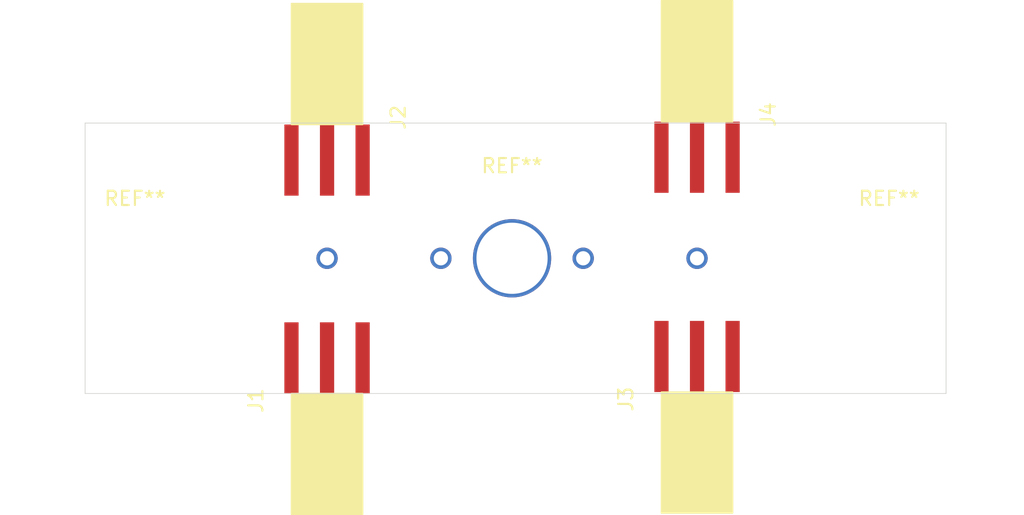
<source format=kicad_pcb>
(kicad_pcb (version 20171130) (host pcbnew 5.99.0+really5.1.10+dfsg1-1)

  (general
    (thickness 1.6)
    (drawings 4)
    (tracks 4)
    (zones 0)
    (modules 7)
    (nets 6)
  )

  (page A4)
  (layers
    (0 F.Cu signal)
    (31 B.Cu signal)
    (32 B.Adhes user)
    (33 F.Adhes user)
    (34 B.Paste user)
    (35 F.Paste user)
    (36 B.SilkS user)
    (37 F.SilkS user)
    (38 B.Mask user)
    (39 F.Mask user)
    (40 Dwgs.User user)
    (41 Cmts.User user)
    (42 Eco1.User user)
    (43 Eco2.User user)
    (44 Edge.Cuts user)
    (45 Margin user)
    (46 B.CrtYd user)
    (47 F.CrtYd user)
    (48 B.Fab user)
    (49 F.Fab user)
  )

  (setup
    (last_trace_width 1)
    (trace_clearance 0.75)
    (zone_clearance 0.508)
    (zone_45_only no)
    (trace_min 0.2)
    (via_size 0.8)
    (via_drill 0.4)
    (via_min_size 0.4)
    (via_min_drill 0.3)
    (uvia_size 0.3)
    (uvia_drill 0.1)
    (uvias_allowed no)
    (uvia_min_size 0.2)
    (uvia_min_drill 0.1)
    (edge_width 0.05)
    (segment_width 0.2)
    (pcb_text_width 0.3)
    (pcb_text_size 1.5 1.5)
    (mod_edge_width 0.12)
    (mod_text_size 1 1)
    (mod_text_width 0.15)
    (pad_size 3.2 3.2)
    (pad_drill 3.2)
    (pad_to_mask_clearance 0.05)
    (aux_axis_origin 0 0)
    (visible_elements FFFFFF7F)
    (pcbplotparams
      (layerselection 0x01000_7fffffff)
      (usegerberextensions false)
      (usegerberattributes false)
      (usegerberadvancedattributes false)
      (creategerberjobfile false)
      (excludeedgelayer true)
      (linewidth 0.100000)
      (plotframeref false)
      (viasonmask false)
      (mode 1)
      (useauxorigin false)
      (hpglpennumber 1)
      (hpglpenspeed 20)
      (hpglpendiameter 15.000000)
      (psnegative false)
      (psa4output false)
      (plotreference true)
      (plotvalue true)
      (plotinvisibletext false)
      (padsonsilk false)
      (subtractmaskfromsilk false)
      (outputformat 1)
      (mirror false)
      (drillshape 0)
      (scaleselection 1)
      (outputdirectory ""))
  )

  (net 0 "")
  (net 1 GND)
  (net 2 "Net-(IP1-Pad1)")
  (net 3 "Net-(J2-Pad1)")
  (net 4 "Net-(IP2-Pad1)")
  (net 5 "Net-(J4-Pad1)")

  (net_class Default "This is the default net class."
    (clearance 0.75)
    (trace_width 1)
    (via_dia 0.8)
    (via_drill 0.4)
    (uvia_dia 0.3)
    (uvia_drill 0.1)
    (add_net GND)
    (add_net "Net-(IP1-Pad1)")
    (add_net "Net-(IP2-Pad1)")
    (add_net "Net-(J2-Pad1)")
    (add_net "Net-(J4-Pad1)")
  )

  (module custom-footprints:amazon-sma-connector (layer F.Cu) (tedit 6248B7DA) (tstamp 624A7574)
    (at 134.5 75.1 270)
    (path /62465A92)
    (fp_text reference J2 (at 0 0.5 90) (layer F.SilkS)
      (effects (font (size 1 1) (thickness 0.15)))
    )
    (fp_text value Conn_Coaxial (at 0 -0.5 90) (layer F.Fab)
      (effects (font (size 1 1) (thickness 0.15)))
    )
    (fp_poly (pts (xy 0.5 8) (xy -8 8) (xy -8 3) (xy 0.5 3)) (layer F.SilkS) (width 0.1))
    (pad 2 connect rect (at 3 8 270) (size 5 1) (layers F.Cu F.Mask)
      (net 1 GND))
    (pad 1 connect rect (at 3 5.5 270) (size 5 1) (layers F.Cu F.Mask)
      (net 3 "Net-(J2-Pad1)"))
    (pad 2 connect rect (at 3 3 270) (size 5 1) (layers F.Cu F.Mask)
      (net 1 GND))
  )

  (module MountingHole:MountingHole_3.2mm_M3 (layer F.Cu) (tedit 624A26A8) (tstamp 624A7A83)
    (at 168.5 85)
    (descr "Mounting Hole 3.2mm, no annular, M3")
    (tags "mounting hole 3.2mm no annular m3")
    (attr virtual)
    (fp_text reference REF** (at 0 -4.2) (layer F.SilkS)
      (effects (font (size 1 1) (thickness 0.15)))
    )
    (fp_text value MountingHole_3.2mm_M3 (at 0 4.2) (layer F.Fab)
      (effects (font (size 1 1) (thickness 0.15)))
    )
    (fp_circle (center 0 0) (end 3.2 0) (layer Cmts.User) (width 0.15))
    (fp_circle (center 0 0) (end 3.45 0) (layer F.CrtYd) (width 0.05))
    (fp_text user %R (at 0.3 0) (layer F.Fab)
      (effects (font (size 1 1) (thickness 0.15)))
    )
    (pad "" np_thru_hole circle (at 0 0) (size 3.2 3.2) (drill 3.2) (layers *.Cu *.Mask))
  )

  (module MountingHole:MountingHole_3.2mm_M3 (layer F.Cu) (tedit 62DF496F) (tstamp 624A7A55)
    (at 115.5 85)
    (descr "Mounting Hole 3.2mm, no annular, M3")
    (tags "mounting hole 3.2mm no annular m3")
    (attr virtual)
    (fp_text reference REF** (at 0 -4.2) (layer F.SilkS)
      (effects (font (size 1 1) (thickness 0.15)))
    )
    (fp_text value MountingHole_3.2mm_M3 (at 0 4.2) (layer F.Fab)
      (effects (font (size 1 1) (thickness 0.15)))
    )
    (fp_text user %R (at 0.3 0) (layer F.Fab)
      (effects (font (size 1 1) (thickness 0.15)))
    )
    (fp_circle (center 0 0) (end 3.45 0) (layer F.CrtYd) (width 0.05))
    (fp_circle (center 0 0) (end 3.2 0) (layer Cmts.User) (width 0.15))
    (pad "" np_thru_hole circle (at 0 0) (size 3.2 3.2) (drill 3.2) (layers *.Cu *.Mask))
  )

  (module MountingHole:MountingHole_5.5mm (layer F.Cu) (tedit 62DF486C) (tstamp 624A3C63)
    (at 142 85)
    (descr "Mounting Hole 5.5mm, no annular")
    (tags "mounting hole 5.5mm no annular")
    (attr virtual)
    (fp_text reference REF** (at 0 -6.5) (layer F.SilkS)
      (effects (font (size 1 1) (thickness 0.15)))
    )
    (fp_text value MountingHole_5.5mm (at 0 6.5) (layer F.Fab)
      (effects (font (size 1 1) (thickness 0.15)))
    )
    (fp_circle (center 0 0) (end 5.5 0) (layer Cmts.User) (width 0.15))
    (fp_circle (center 0 0) (end 5.75 0) (layer F.CrtYd) (width 0.05))
    (fp_text user %R (at 0.3 0) (layer F.Fab)
      (effects (font (size 1 1) (thickness 0.15)))
    )
    (pad "" np_thru_hole circle (at 0 0) (size 5.5 5.5) (drill 5) (layers *.Cu *.Mask))
  )

  (module custom-footprints:amazon-sma-connector (layer F.Cu) (tedit 6248B7DA) (tstamp 624A7584)
    (at 160.5 74.9 270)
    (path /62468C16)
    (fp_text reference J4 (at 0 0.5 90) (layer F.SilkS)
      (effects (font (size 1 1) (thickness 0.15)))
    )
    (fp_text value Conn_Coaxial (at 0 -0.5 90) (layer F.Fab)
      (effects (font (size 1 1) (thickness 0.15)))
    )
    (fp_poly (pts (xy 0.5 8) (xy -8 8) (xy -8 3) (xy 0.5 3)) (layer F.SilkS) (width 0.1))
    (pad 2 connect rect (at 3 8 270) (size 5 1) (layers F.Cu F.Mask)
      (net 1 GND))
    (pad 1 connect rect (at 3 5.5 270) (size 5 1) (layers F.Cu F.Mask)
      (net 5 "Net-(J4-Pad1)"))
    (pad 2 connect rect (at 3 3 270) (size 5 1) (layers F.Cu F.Mask)
      (net 1 GND))
  )

  (module custom-footprints:amazon-sma-connector (layer F.Cu) (tedit 624E2868) (tstamp 624A757C)
    (at 149.5 94.9 90)
    (path /6246831C)
    (fp_text reference J3 (at 0 0.5 90) (layer F.SilkS)
      (effects (font (size 1 1) (thickness 0.15)))
    )
    (fp_text value Conn_Coaxial (at 0 -0.5 90) (layer F.Fab)
      (effects (font (size 1 1) (thickness 0.15)))
    )
    (fp_poly (pts (xy 0.5 8) (xy -8 8) (xy -8 3) (xy 0.5 3)) (layer F.SilkS) (width 0.1))
    (pad 2 connect rect (at 3 8 90) (size 5 1) (layers F.Cu F.Mask)
      (net 1 GND))
    (pad 1 connect rect (at 3 5.5 90) (size 5 1) (layers F.Cu F.Mask)
      (net 4 "Net-(IP2-Pad1)"))
    (pad 2 connect rect (at 3 3 90) (size 5 1) (layers F.Cu F.Mask)
      (net 1 GND))
  )

  (module custom-footprints:amazon-sma-connector (layer F.Cu) (tedit 6248B7DA) (tstamp 624A756C)
    (at 123.5 95 90)
    (path /62465EE1)
    (fp_text reference J1 (at 0 0.5 90) (layer F.SilkS)
      (effects (font (size 1 1) (thickness 0.15)))
    )
    (fp_text value Conn_Coaxial (at 0 -0.5 90) (layer F.Fab)
      (effects (font (size 1 1) (thickness 0.15)))
    )
    (fp_poly (pts (xy 0.5 8) (xy -8 8) (xy -8 3) (xy 0.5 3)) (layer F.SilkS) (width 0.1))
    (pad 2 connect rect (at 3 8 90) (size 5 1) (layers F.Cu F.Mask)
      (net 1 GND))
    (pad 1 connect rect (at 3 5.5 90) (size 5 1) (layers F.Cu F.Mask)
      (net 2 "Net-(IP1-Pad1)"))
    (pad 2 connect rect (at 3 3 90) (size 5 1) (layers F.Cu F.Mask)
      (net 1 GND))
  )

  (gr_line (start 112 75.5) (end 172.5 75.5) (layer Edge.Cuts) (width 0.05))
  (gr_line (start 112 94.5) (end 112 75.5) (layer Edge.Cuts) (width 0.05) (tstamp 6250A352))
  (gr_line (start 172.5 94.5) (end 112 94.5) (layer Edge.Cuts) (width 0.05))
  (gr_line (start 172.5 75.5) (end 172.5 94.5) (layer Edge.Cuts) (width 0.05))

  (via (at 129 85) (size 1.5) (drill 1) (layers F.Cu B.Cu) (net 2))
  (via (at 137 85) (size 1.5) (drill 1) (layers F.Cu B.Cu) (net 3))
  (via (at 155 85) (size 1.5) (drill 1) (layers F.Cu B.Cu) (net 4))
  (via (at 147 85) (size 1.5) (drill 1) (layers F.Cu B.Cu) (net 5))

)

</source>
